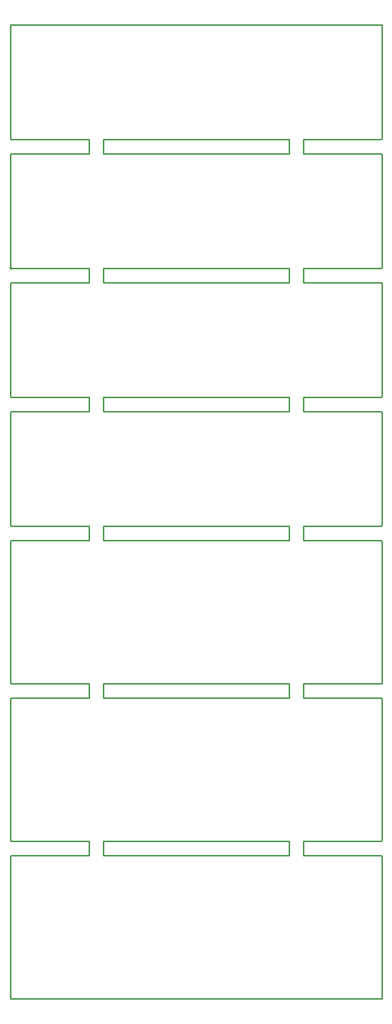
<source format=gko>
G04 Layer: BoardOutline*
G04 EasyEDA v6.4.17, 2021-03-02T21:30:00+01:00*
G04 52dc7113b7e944b1bde967162dfd0e84,9c416354eb984020824aaf9c885bead6,10*
G04 Gerber Generator version 0.2*
G04 Scale: 100 percent, Rotated: No, Reflected: No *
G04 Dimensions in inches *
G04 leading zeros omitted , absolute positions ,3 integer and 6 decimal *
%FSLAX36Y36*%
%MOIN*%

%ADD10C,0.0100*%
%ADD11C,0.0150*%
D10*
X5000Y-3200000D02*
G01*
X550000Y-3199832D01*
X550000Y-3100000D01*
X5000Y-3100000D01*
X0Y-4195000D02*
G01*
X0Y-3205000D01*
X5000Y-3200000D01*
X2600000Y-4195000D02*
G01*
X2595000Y-4200000D01*
X2595000Y-4200000D02*
G01*
X2050000Y-4200167D01*
X2050000Y-4300000D01*
X2595000Y-4300000D01*
X2595000Y-3100000D02*
G01*
X2050000Y-3100167D01*
X2050000Y-3200000D01*
X2595000Y-3200000D01*
X2595000Y-2000000D02*
G01*
X2050000Y-2000167D01*
X2050000Y-2100000D01*
X2595000Y-2100000D01*
X2600000Y-1095000D02*
G01*
X2595000Y-1100000D01*
X650000Y-1100000D02*
G01*
X650000Y-1200000D01*
X1950000Y-1200000D01*
X1950000Y-1100000D01*
X650000Y-1100000D01*
X2600000Y-1095000D02*
G01*
X2600000Y-305000D01*
X2595000Y-300000D01*
X2595000Y-200000D02*
G01*
X2600000Y-195000D01*
X2600000Y-195000D02*
G01*
X2595000Y-200000D01*
X2595000Y-200000D02*
G01*
X2050000Y-200167D01*
X2050000Y-300000D01*
X2595000Y-300000D01*
X2600000Y-195000D02*
G01*
X2600000Y595000D01*
X2595000Y600000D01*
X2600000Y1500000D02*
G01*
X2600000Y705000D01*
X2595000Y700000D01*
X0Y-1095000D02*
G01*
X5000Y-1100000D01*
X0Y-195000D02*
G01*
X0Y595000D01*
X5000Y600000D01*
X0Y1500000D02*
G01*
X0Y705000D01*
X5000Y700000D01*
X2600000Y-1995000D02*
G01*
X2595000Y-2000000D01*
X2600000Y-5300000D02*
G01*
X2600000Y-4305000D01*
X2595000Y-4300000D01*
X0Y-5300000D02*
G01*
X0Y-4305000D01*
X5000Y-4300000D01*
X2600000Y-4195000D02*
G01*
X2600000Y-3205000D01*
X2595000Y-3200000D01*
X5000Y-4300000D02*
G01*
X550000Y-4299832D01*
X550000Y-4200000D01*
X5000Y-4200000D01*
X0Y-4195000D02*
G01*
X5000Y-4200000D01*
X650000Y-4200000D02*
G01*
X650000Y-4300000D01*
X1950000Y-4300000D01*
X1950000Y-4200000D01*
X650000Y-4200000D01*
X2600000Y-3095000D02*
G01*
X2600000Y-2105000D01*
X2595000Y-2100000D01*
X2595000Y-3100000D02*
G01*
X2600000Y-3095000D01*
X0Y-3095000D02*
G01*
X0Y-2105000D01*
X5000Y-2100000D01*
X0Y-3095000D02*
G01*
X5000Y-3100000D01*
X650000Y-3100000D02*
G01*
X650000Y-3200000D01*
X1950000Y-3200000D01*
X1950000Y-3100000D01*
X650000Y-3100000D01*
X2600000Y-1995000D02*
G01*
X2600000Y-1205000D01*
X2595000Y-1200000D01*
X0Y-1995000D02*
G01*
X0Y-1205000D01*
X5000Y-1200000D01*
X5000Y-2100000D02*
G01*
X550000Y-2099832D01*
X550000Y-2000000D01*
X5000Y-2000000D01*
X0Y-1995000D02*
G01*
X5000Y-2000000D01*
X650000Y-2000000D02*
G01*
X650000Y-2100000D01*
X1950000Y-2100000D01*
X1950000Y-2000000D01*
X650000Y-2000000D01*
X0Y-1095000D02*
G01*
X0Y-305000D01*
X5000Y-300000D01*
X5000Y-1200000D02*
G01*
X550000Y-1199832D01*
X550000Y-1100000D01*
X5000Y-1100000D01*
X2595000Y-1100000D02*
G01*
X2050000Y-1100167D01*
X2050000Y-1200000D01*
X2595000Y-1200000D01*
X5000Y-300000D02*
G01*
X550000Y-299832D01*
X550000Y-200000D01*
X5000Y-200000D01*
D11*
X0Y-195000D02*
G01*
X5000Y-200000D01*
D10*
X650000Y-200000D02*
G01*
X650000Y-300000D01*
X1950000Y-300000D01*
X1950000Y-200000D01*
X650000Y-200000D01*
X2600000Y-5300000D02*
G01*
X0Y-5300000D01*
X0Y1500000D02*
G01*
X2600000Y1500000D01*
X5000Y600000D02*
G01*
X550000Y600169D01*
X550000Y700000D01*
X5000Y700000D01*
X650000Y700000D02*
G01*
X650000Y600000D01*
X1950000Y600000D01*
X1950000Y700000D01*
X650000Y700000D01*
X2595000Y700000D02*
G01*
X2050000Y699830D01*
X2050000Y600000D01*
X2595000Y600000D01*

%LPD*%
M02*

</source>
